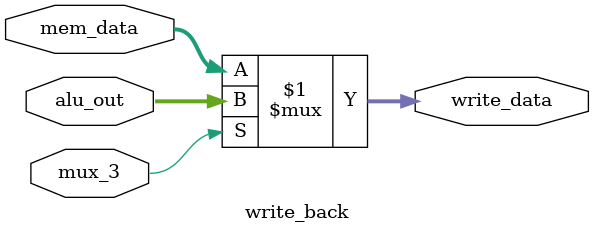
<source format=v>
`timescale 1ns / 1ps

module write_back(
    input           mux_3   ,
    input   [31:0]  mem_data,
    input   [31:0]  alu_out ,
    
    output  [31:0]  write_data
);

    assign write_data = mux_3 ? alu_out : mem_data;

endmodule

</source>
